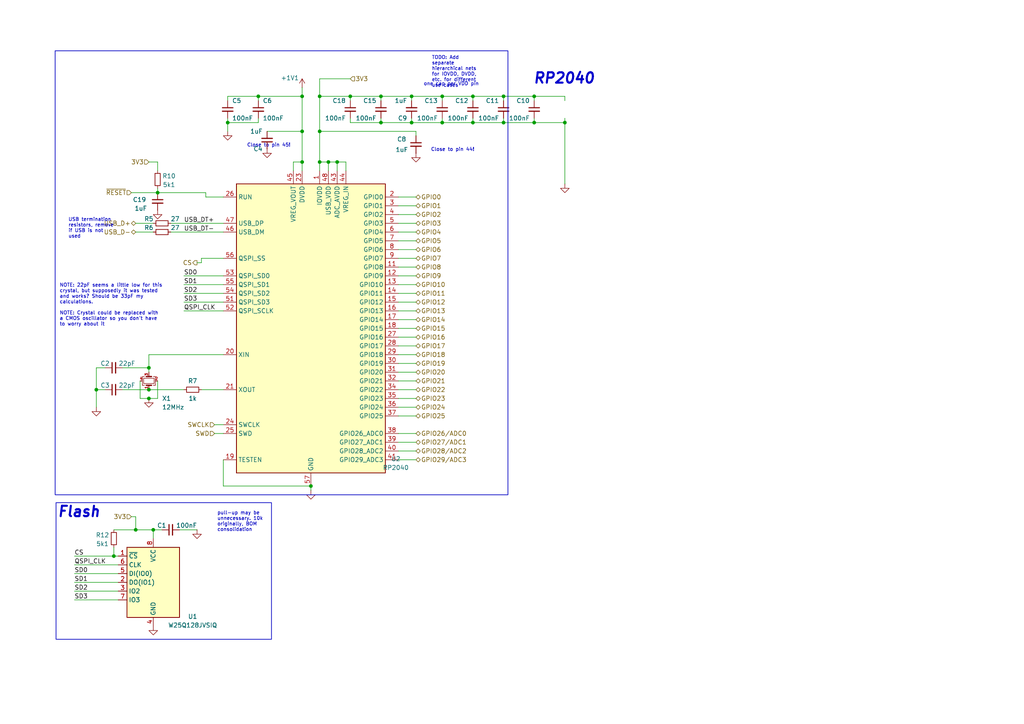
<source format=kicad_sch>
(kicad_sch (version 20250114) (generator "eeschema") (generator_version "9.0")
  (paper "A4")
  (lib_symbols
    (symbol "Device:C_Small" (pin_numbers (hide yes)) (pin_names (offset 0.254) (hide yes))
      (property "Reference" "C" (at 0.254 1.778 0))
      (property "Value" "C_Small" (at 0.254 -2.032 0))
      (symbol "C_Small_0_1"
        (polyline (pts (xy -1.524 0.508) (xy 1.524 0.508)) (stroke (width 0.3048)))
        (polyline (pts (xy -1.524 -0.508) (xy 1.524 -0.508)) (stroke (width 0.3302)))
      )
      (symbol "C_Small_1_1"
        (pin passive line (at 0 2.54 270) (length 2.032) (name "~") (number "1"))
        (pin passive line (at 0 -2.54 90) (length 2.032) (name "~") (number "2"))
      )
    )
    (symbol "Device:Crystal_GND24_Small" (pin_names (offset 1.016) (hide yes))
      (property "Reference" "Y" (at 1.27 4.445 0))
      (property "Value" "Crystal_GND24_Small" (at 1.27 2.54 0))
      (symbol "Crystal_GND24_Small_0_1"
        (polyline (pts (xy -1.27 1.27) (xy -1.27 1.905) (xy 1.27 1.905) (xy 1.27 1.27)))
        (polyline (pts (xy -1.27 -0.762) (xy -1.27 0.762)) (stroke (width 0.381)))
        (polyline (pts (xy -1.27 -1.27) (xy -1.27 -1.905) (xy 1.27 -1.905) (xy 1.27 -1.27)))
        (rectangle (start -0.762 -1.524) (end 0.762 1.524))
        (polyline (pts (xy 1.27 -0.762) (xy 1.27 0.762)) (stroke (width 0.381)))
      )
      (symbol "Crystal_GND24_Small_1_1"
        (pin passive line (at -2.54 0 0) (length 1.27) (name "1") (number "1"))
        (pin passive line (at 0 2.54 270) (length 0.635) (name "4") (number "4"))
        (pin passive line (at 0 -2.54 90) (length 0.635) (name "2") (number "2"))
        (pin passive line (at 2.54 0 180) (length 1.27) (name "3") (number "3"))
      )
    )
    (symbol "Device:R_Small" (pin_numbers (hide yes)) (pin_names (offset 0.254) (hide yes))
      (property "Reference" "R" (at 0.762 0.508 0))
      (property "Value" "R_Small" (at 0.762 -1.016 0))
      (symbol "R_Small_0_1"
        (rectangle (start -0.762 1.778) (end 0.762 -1.778) (stroke (width 0.2032)))
      )
      (symbol "R_Small_1_1"
        (pin passive line (at 0 2.54 270) (length 0.762) (name "~") (number "1"))
        (pin passive line (at 0 -2.54 90) (length 0.762) (name "~") (number "2"))
      )
    )
    (symbol "MCU_RaspberryPi:RP2040"
      (property "Reference" "U" (at 17.78 45.72 0))
      (property "Value" "RP2040" (at 17.78 43.18 0))
      (symbol "RP2040_0_1"
        (rectangle (start -21.59 41.91) (end 21.59 -41.91) (stroke (width 0.254)) (fill (type background)))
      )
      (symbol "RP2040_1_1"
        (pin input line (at -25.4 38.1 0) (length 3.81) (name "RUN") (number "26"))
        (pin bidirectional line (at -25.4 30.48 0) (length 3.81) (name "USB_DP") (number "47"))
        (pin bidirectional line (at -25.4 27.94 0) (length 3.81) (name "USB_DM") (number "46"))
        (pin bidirectional line (at -25.4 20.32 0) (length 3.81) (name "QSPI_SS") (number "56"))
        (pin bidirectional line (at -25.4 15.24 0) (length 3.81) (name "QSPI_SD0") (number "53"))
        (pin bidirectional line (at -25.4 12.7 0) (length 3.81) (name "QSPI_SD1") (number "55"))
        (pin bidirectional line (at -25.4 10.16 0) (length 3.81) (name "QSPI_SD2") (number "54"))
        (pin bidirectional line (at -25.4 7.62 0) (length 3.81) (name "QSPI_SD3") (number "51"))
        (pin output line (at -25.4 5.08 0) (length 3.81) (name "QSPI_SCLK") (number "52"))
        (pin input line (at -25.4 -7.62 0) (length 3.81) (name "XIN") (number "20"))
        (pin passive line (at -25.4 -17.78 0) (length 3.81) (name "XOUT") (number "21"))
        (pin input line (at -25.4 -27.94 0) (length 3.81) (name "SWCLK") (number "24"))
        (pin bidirectional line (at -25.4 -30.48 0) (length 3.81) (name "SWD") (number "25"))
        (pin input line (at -25.4 -38.1 0) (length 3.81) (name "TESTEN") (number "19"))
        (pin power_out line (at -5.08 45.72 270) (length 3.81) (name "VREG_VOUT") (number "45"))
        (pin power_in line (at -2.54 45.72 270) (length 3.81) (name "DVDD") (number "23"))
        (pin passive line (at -2.54 45.72 270) (length 3.81) (hide yes) (name "DVDD") (number "50"))
        (pin power_in line (at 0 -45.72 90) (length 3.81) (name "GND") (number "57"))
        (pin power_in line (at 2.54 45.72 270) (length 3.81) (name "IOVDD") (number "1"))
        (pin passive line (at 2.54 45.72 270) (length 3.81) (hide yes) (name "IOVDD") (number "10"))
        (pin passive line (at 2.54 45.72 270) (length 3.81) (hide yes) (name "IOVDD") (number "22"))
        (pin passive line (at 2.54 45.72 270) (length 3.81) (hide yes) (name "IOVDD") (number "33"))
        (pin passive line (at 2.54 45.72 270) (length 3.81) (hide yes) (name "IOVDD") (number "42"))
        (pin passive line (at 2.54 45.72 270) (length 3.81) (hide yes) (name "IOVDD") (number "49"))
        (pin power_in line (at 5.08 45.72 270) (length 3.81) (name "USB_VDD") (number "48"))
        (pin power_in line (at 7.62 45.72 270) (length 3.81) (name "ADC_AVDD") (number "43"))
        (pin power_in line (at 10.16 45.72 270) (length 3.81) (name "VREG_IN") (number "44"))
        (pin bidirectional line (at 25.4 38.1 180) (length 3.81) (name "GPIO0") (number "2"))
        (pin bidirectional line (at 25.4 35.56 180) (length 3.81) (name "GPIO1") (number "3"))
        (pin bidirectional line (at 25.4 33.02 180) (length 3.81) (name "GPIO2") (number "4"))
        (pin bidirectional line (at 25.4 30.48 180) (length 3.81) (name "GPIO3") (number "5"))
        (pin bidirectional line (at 25.4 27.94 180) (length 3.81) (name "GPIO4") (number "6"))
        (pin bidirectional line (at 25.4 25.4 180) (length 3.81) (name "GPIO5") (number "7"))
        (pin bidirectional line (at 25.4 22.86 180) (length 3.81) (name "GPIO6") (number "8"))
        (pin bidirectional line (at 25.4 20.32 180) (length 3.81) (name "GPIO7") (number "9"))
        (pin bidirectional line (at 25.4 17.78 180) (length 3.81) (name "GPIO8") (number "11"))
        (pin bidirectional line (at 25.4 15.24 180) (length 3.81) (name "GPIO9") (number "12"))
        (pin bidirectional line (at 25.4 12.7 180) (length 3.81) (name "GPIO10") (number "13"))
        (pin bidirectional line (at 25.4 10.16 180) (length 3.81) (name "GPIO11") (number "14"))
        (pin bidirectional line (at 25.4 7.62 180) (length 3.81) (name "GPIO12") (number "15"))
        (pin bidirectional line (at 25.4 5.08 180) (length 3.81) (name "GPIO13") (number "16"))
        (pin bidirectional line (at 25.4 2.54 180) (length 3.81) (name "GPIO14") (number "17"))
        (pin bidirectional line (at 25.4 0 180) (length 3.81) (name "GPIO15") (number "18"))
        (pin bidirectional line (at 25.4 -2.54 180) (length 3.81) (name "GPIO16") (number "27"))
        (pin bidirectional line (at 25.4 -5.08 180) (length 3.81) (name "GPIO17") (number "28"))
        (pin bidirectional line (at 25.4 -7.62 180) (length 3.81) (name "GPIO18") (number "29"))
        (pin bidirectional line (at 25.4 -10.16 180) (length 3.81) (name "GPIO19") (number "30"))
        (pin bidirectional line (at 25.4 -12.7 180) (length 3.81) (name "GPIO20") (number "31"))
        (pin bidirectional line (at 25.4 -15.24 180) (length 3.81) (name "GPIO21") (number "32"))
        (pin bidirectional line (at 25.4 -17.78 180) (length 3.81) (name "GPIO22") (number "34"))
        (pin bidirectional line (at 25.4 -20.32 180) (length 3.81) (name "GPIO23") (number "35"))
        (pin bidirectional line (at 25.4 -22.86 180) (length 3.81) (name "GPIO24") (number "36"))
        (pin bidirectional line (at 25.4 -25.4 180) (length 3.81) (name "GPIO25") (number "37"))
        (pin bidirectional line (at 25.4 -30.48 180) (length 3.81) (name "GPIO26_ADC0") (number "38"))
        (pin bidirectional line (at 25.4 -33.02 180) (length 3.81) (name "GPIO27_ADC1") (number "39"))
        (pin bidirectional line (at 25.4 -35.56 180) (length 3.81) (name "GPIO28_ADC2") (number "40"))
        (pin bidirectional line (at 25.4 -38.1 180) (length 3.81) (name "GPIO29_ADC3") (number "41"))
      )
    )
    (symbol "Memory_Flash:W25Q128JVS"
      (property "Reference" "U" (at -6.35 11.43 0))
      (property "Value" "W25Q128JVS" (at 7.62 11.43 0))
      (symbol "W25Q128JVS_0_1"
        (rectangle (start -7.62 10.16) (end 7.62 -10.16) (stroke (width 0.254)) (fill (type background)))
      )
      (symbol "W25Q128JVS_1_1"
        (pin input line (at -10.16 7.62 0) (length 2.54) (name "~{CS}") (number "1"))
        (pin input line (at -10.16 5.08 0) (length 2.54) (name "CLK") (number "6"))
        (pin bidirectional line (at -10.16 2.54 0) (length 2.54) (name "DI(IO0)") (number "5"))
        (pin bidirectional line (at -10.16 0 0) (length 2.54) (name "DO(IO1)") (number "2"))
        (pin bidirectional line (at -10.16 -2.54 0) (length 2.54) (name "IO2") (number "3"))
        (pin bidirectional line (at -10.16 -5.08 0) (length 2.54) (name "IO3") (number "7"))
        (pin power_in line (at 0 12.7 270) (length 2.54) (name "VCC") (number "8"))
        (pin power_in line (at 0 -12.7 90) (length 2.54) (name "GND") (number "4"))
      )
    )
    (symbol "power:+1V1" (power) (pin_numbers (hide yes)) (pin_names (offset 0) (hide yes))
      (property "Value" "+1V1" (at 0 3.556 0))
      (symbol "+1V1_0_1"
        (polyline (pts (xy -0.762 1.27) (xy 0 2.54)))
        (polyline (pts (xy 0 2.54) (xy 0.762 1.27)))
        (polyline (pts (xy 0 0) (xy 0 2.54)))
      )
      (symbol "+1V1_1_1"
        (pin power_in line (at 0 0 90) (length 0) (name "~") (number "1"))
      )
    )
    (symbol "power:GND" (power) (pin_numbers (hide yes)) (pin_names (offset 0) (hide yes))
      (property "Value" "GND" (at 0 -3.81 0))
      (symbol "GND_0_1"
        (polyline (pts (xy 0 0) (xy 0 -1.27) (xy 1.27 -1.27) (xy 0 -2.54) (xy -1.27 -1.27) (xy 0 -1.27)))
      )
      (symbol "GND_1_1"
        (pin power_in line (at 0 0 270) (length 0) (name "~") (number "1"))
      )
    )
  )
  (rectangle (start 16.002 14.732) (end 147.32 143.51) (stroke (width 0.2)))
  (rectangle (start 16.256 145.796) (end 78.74 185.42) (stroke (width 0.2)))
  (text "RP2040" (at 172.72 22.86 0) (effects (font (size 3 3) (thickness 0.6) (bold yes) (italic yes)) (justify right)))
  (text "Flash" (at 16.51 148.59 0) (effects (font (size 3 3) (thickness 0.6) (bold yes) (italic yes)) (justify left)))
  (text_box "USB termination resistors, remove if USB is not used" (at 19.05 62.23 0) (size 15.24 2.54) (margins 0.7499 0.7499 0.7499 0.7499) (stroke (width -0.0001)) (effects (font (size 1 1)) (justify left top)))
  (text_box "Close to pin 45!" (at 69.85 40.64 0) (size 15.24 2.54) (margins 0.7499 0.7499 0.7499 0.7499) (stroke (width -0.0001)) (effects (font (size 1 1)) (justify right top)))
  (text_box "one cap per VDD pin" (at 115.57 22.86 0) (size 24.13 2.54) (margins 0.7499 0.7499 0.7499 0.7499) (stroke (width -0.0001)) (effects (font (size 1 1)) (justify right top)))
  (text_box "NOTE: 22pF seems a little low for this crystal, but supposedly it was tested and works? Should be 33pF my calculations.\n\nNOTE: Crystal could be replaced with a CMOS oscillator so you don't have to worry about it" (at 16.51 81.28 0) (size 31.75 3.81) (margins 0.7499 0.7499 0.7499 0.7499) (stroke (width -0.0001)) (effects (font (size 1 1)) (justify left top)))
  (text_box "TODO: Add separate hierarchical nets for IOVDD, DVDD, etc. for different use cases" (at 124.46 15.24 0) (size 15.24 2.54) (margins 0.7499 0.7499 0.7499 0.7499) (stroke (width -0.0001)) (effects (font (size 1 1)) (justify left top)))
  (text_box "pull-up may be unnecessary. 10k originally, BOM consolidation" (at 62.23 147.32 0) (size 15.24 8.89) (margins 0.7499 0.7499 0.7499 0.7499) (stroke (width -0.0001)) (effects (font (size 1 1)) (justify left top)))
  (text_box "Close to pin 44!" (at 123.19 41.91 0) (size 15.24 2.54) (margins 0.7499 0.7499 0.7499 0.7499) (stroke (width -0.0001)) (effects (font (size 1 1)) (justify right top)))
  (junction (at 137.16 35.56))
  (junction (at 101.6 27.94))
  (junction (at 97.79 46.99))
  (junction (at 90.17 140.97))
  (junction (at 87.63 27.94))
  (junction (at 87.63 38.1))
  (junction (at 33.02 161.29))
  (junction (at 87.63 46.99))
  (junction (at 44.45 153.67))
  (junction (at 66.04 35.56))
  (junction (at 43.18 115.57))
  (junction (at 154.94 27.94))
  (junction (at 128.27 35.56))
  (junction (at 92.71 38.1))
  (junction (at 146.05 27.94))
  (junction (at 92.71 27.94))
  (junction (at 163.83 35.56))
  (junction (at 137.16 27.94))
  (junction (at 110.49 27.94))
  (junction (at 45.72 55.88))
  (junction (at 110.49 35.56))
  (junction (at 43.18 106.68))
  (junction (at 128.27 27.94))
  (junction (at 74.93 27.94))
  (junction (at 39.37 153.67))
  (junction (at 146.05 35.56))
  (junction (at 119.38 27.94))
  (junction (at 43.18 113.03))
  (junction (at 119.38 35.56))
  (junction (at 95.25 46.99))
  (junction (at 92.71 46.99))
  (junction (at 27.94 113.03))
  (junction (at 154.94 35.56))
  (wire (pts (xy 119.38 35.56) (xy 119.38 34.29)))
  (wire (pts (xy 74.93 35.56) (xy 74.93 34.29)))
  (wire (pts (xy 163.83 27.94) (xy 154.94 27.94)))
  (wire (pts (xy 115.57 87.63) (xy 120.65 87.63)))
  (wire (pts (xy 21.59 168.91) (xy 34.29 168.91)))
  (wire (pts (xy 90.17 140.97) (xy 90.17 142.24)))
  (wire (pts (xy 92.71 27.94) (xy 101.6 27.94)))
  (wire (pts (xy 128.27 34.29) (xy 128.27 35.56)))
  (wire (pts (xy 58.42 74.93) (xy 58.42 76.2)))
  (wire (pts (xy 154.94 27.94) (xy 154.94 29.21)))
  (wire (pts (xy 97.79 46.99) (xy 97.79 49.53)))
  (wire (pts (xy 115.57 113.03) (xy 120.65 113.03)))
  (wire (pts (xy 115.57 74.93) (xy 120.65 74.93)))
  (wire (pts (xy 27.94 113.03) (xy 27.94 118.11)))
  (wire (pts (xy 43.18 107.95) (xy 43.18 106.68)))
  (wire (pts (xy 49.53 64.77) (xy 64.77 64.77)))
  (wire (pts (xy 115.57 100.33) (xy 120.65 100.33)))
  (wire (pts (xy 39.37 64.77) (xy 44.45 64.77)))
  (wire (pts (xy 95.25 46.99) (xy 97.79 46.99)))
  (wire (pts (xy 38.1 149.86) (xy 39.37 149.86)))
  (wire (pts (xy 27.94 106.68) (xy 27.94 113.03)))
  (wire (pts (xy 45.72 54.61) (xy 45.72 55.88)))
  (wire (pts (xy 53.34 90.17) (xy 64.77 90.17)))
  (wire (pts (xy 146.05 35.56) (xy 146.05 34.29)))
  (wire (pts (xy 90.17 140.97) (xy 64.77 140.97)))
  (wire (pts (xy 115.57 64.77) (xy 120.65 64.77)))
  (wire (pts (xy 40.64 110.49) (xy 40.64 115.57)))
  (wire (pts (xy 115.57 105.41) (xy 120.65 105.41)))
  (wire (pts (xy 66.04 34.29) (xy 66.04 35.56)))
  (wire (pts (xy 21.59 171.45) (xy 34.29 171.45)))
  (wire (pts (xy 115.57 130.81) (xy 120.65 130.81)))
  (wire (pts (xy 45.72 46.99) (xy 45.72 49.53)))
  (wire (pts (xy 59.69 55.88) (xy 59.69 57.15)))
  (wire (pts (xy 137.16 27.94) (xy 128.27 27.94)))
  (wire (pts (xy 115.57 95.25) (xy 120.65 95.25)))
  (wire (pts (xy 115.57 125.73) (xy 120.65 125.73)))
  (wire (pts (xy 62.23 125.73) (xy 64.77 125.73)))
  (wire (pts (xy 101.6 34.29) (xy 101.6 35.56)))
  (wire (pts (xy 115.57 85.09) (xy 120.65 85.09)))
  (wire (pts (xy 110.49 27.94) (xy 110.49 29.21)))
  (wire (pts (xy 110.49 35.56) (xy 110.49 34.29)))
  (wire (pts (xy 87.63 38.1) (xy 77.47 38.1)))
  (wire (pts (xy 154.94 35.56) (xy 154.94 34.29)))
  (wire (pts (xy 58.42 74.93) (xy 64.77 74.93)))
  (wire (pts (xy 115.57 118.11) (xy 120.65 118.11)))
  (wire (pts (xy 119.38 27.94) (xy 119.38 29.21)))
  (wire (pts (xy 128.27 35.56) (xy 119.38 35.56)))
  (wire (pts (xy 53.34 85.09) (xy 64.77 85.09)))
  (wire (pts (xy 33.02 158.75) (xy 33.02 161.29)))
  (wire (pts (xy 43.18 46.99) (xy 45.72 46.99)))
  (wire (pts (xy 146.05 35.56) (xy 137.16 35.56)))
  (wire (pts (xy 115.57 59.69) (xy 120.65 59.69)))
  (wire (pts (xy 87.63 27.94) (xy 87.63 38.1)))
  (wire (pts (xy 115.57 128.27) (xy 120.65 128.27)))
  (wire (pts (xy 45.72 110.49) (xy 45.72 115.57)))
  (wire (pts (xy 21.59 161.29) (xy 33.02 161.29)))
  (wire (pts (xy 115.57 110.49) (xy 120.65 110.49)))
  (wire (pts (xy 137.16 34.29) (xy 137.16 35.56)))
  (wire (pts (xy 137.16 35.56) (xy 128.27 35.56)))
  (wire (pts (xy 92.71 22.86) (xy 92.71 27.94)))
  (wire (pts (xy 87.63 38.1) (xy 87.63 46.99)))
  (wire (pts (xy 115.57 82.55) (xy 120.65 82.55)))
  (wire (pts (xy 21.59 173.99) (xy 34.29 173.99)))
  (wire (pts (xy 27.94 113.03) (xy 30.48 113.03)))
  (wire (pts (xy 66.04 27.94) (xy 66.04 29.21)))
  (wire (pts (xy 49.53 67.31) (xy 64.77 67.31)))
  (wire (pts (xy 100.33 46.99) (xy 100.33 49.53)))
  (wire (pts (xy 115.57 69.85) (xy 120.65 69.85)))
  (wire (pts (xy 43.18 102.87) (xy 64.77 102.87)))
  (wire (pts (xy 87.63 46.99) (xy 87.63 49.53)))
  (wire (pts (xy 115.57 62.23) (xy 120.65 62.23)))
  (wire (pts (xy 120.65 38.1) (xy 92.71 38.1)))
  (wire (pts (xy 35.56 106.68) (xy 43.18 106.68)))
  (wire (pts (xy 146.05 27.94) (xy 146.05 29.21)))
  (wire (pts (xy 115.57 72.39) (xy 120.65 72.39)))
  (wire (pts (xy 45.72 55.88) (xy 59.69 55.88)))
  (wire (pts (xy 74.93 35.56) (xy 66.04 35.56)))
  (wire (pts (xy 115.57 92.71) (xy 120.65 92.71)))
  (wire (pts (xy 115.57 133.35) (xy 120.65 133.35)))
  (wire (pts (xy 59.69 57.15) (xy 64.77 57.15)))
  (wire (pts (xy 163.83 35.56) (xy 154.94 35.56)))
  (wire (pts (xy 44.45 153.67) (xy 46.99 153.67)))
  (wire (pts (xy 87.63 27.94) (xy 74.93 27.94)))
  (wire (pts (xy 120.65 38.1) (xy 120.65 39.37)))
  (wire (pts (xy 87.63 25.4) (xy 87.63 27.94)))
  (wire (pts (xy 92.71 46.99) (xy 95.25 46.99)))
  (wire (pts (xy 115.57 77.47) (xy 120.65 77.47)))
  (wire (pts (xy 163.83 27.94) (xy 163.83 29.21)))
  (wire (pts (xy 40.64 115.57) (xy 43.18 115.57)))
  (wire (pts (xy 163.83 34.29) (xy 163.83 35.56)))
  (wire (pts (xy 44.45 153.67) (xy 44.45 156.21)))
  (wire (pts (xy 163.83 35.56) (xy 163.83 53.34)))
  (wire (pts (xy 53.34 80.01) (xy 64.77 80.01)))
  (wire (pts (xy 119.38 27.94) (xy 110.49 27.94)))
  (wire (pts (xy 128.27 27.94) (xy 119.38 27.94)))
  (wire (pts (xy 39.37 153.67) (xy 44.45 153.67)))
  (wire (pts (xy 92.71 27.94) (xy 92.71 38.1)))
  (wire (pts (xy 115.57 107.95) (xy 120.65 107.95)))
  (wire (pts (xy 110.49 27.94) (xy 101.6 27.94)))
  (wire (pts (xy 39.37 149.86) (xy 39.37 153.67)))
  (wire (pts (xy 66.04 27.94) (xy 74.93 27.94)))
  (wire (pts (xy 33.02 161.29) (xy 34.29 161.29)))
  (wire (pts (xy 35.56 113.03) (xy 43.18 113.03)))
  (wire (pts (xy 43.18 113.03) (xy 53.34 113.03)))
  (wire (pts (xy 115.57 97.79) (xy 120.65 97.79)))
  (wire (pts (xy 52.07 153.67) (xy 57.15 153.67)))
  (wire (pts (xy 146.05 27.94) (xy 137.16 27.94)))
  (wire (pts (xy 43.18 102.87) (xy 43.18 106.68)))
  (wire (pts (xy 115.57 102.87) (xy 120.65 102.87)))
  (wire (pts (xy 87.63 46.99) (xy 85.09 46.99)))
  (wire (pts (xy 92.71 38.1) (xy 92.71 46.99)))
  (wire (pts (xy 33.02 153.67) (xy 39.37 153.67)))
  (wire (pts (xy 53.34 82.55) (xy 64.77 82.55)))
  (wire (pts (xy 85.09 46.99) (xy 85.09 49.53)))
  (wire (pts (xy 92.71 22.86) (xy 101.6 22.86)))
  (wire (pts (xy 21.59 166.37) (xy 34.29 166.37)))
  (wire (pts (xy 62.23 123.19) (xy 64.77 123.19)))
  (wire (pts (xy 128.27 27.94) (xy 128.27 29.21)))
  (wire (pts (xy 95.25 46.99) (xy 95.25 49.53)))
  (wire (pts (xy 137.16 27.94) (xy 137.16 29.21)))
  (wire (pts (xy 115.57 120.65) (xy 120.65 120.65)))
  (wire (pts (xy 154.94 27.94) (xy 146.05 27.94)))
  (wire (pts (xy 101.6 29.21) (xy 101.6 27.94)))
  (wire (pts (xy 74.93 27.94) (xy 74.93 29.21)))
  (wire (pts (xy 27.94 106.68) (xy 30.48 106.68)))
  (wire (pts (xy 21.59 163.83) (xy 34.29 163.83)))
  (wire (pts (xy 101.6 35.56) (xy 110.49 35.56)))
  (wire (pts (xy 38.1 55.88) (xy 45.72 55.88)))
  (wire (pts (xy 115.57 80.01) (xy 120.65 80.01)))
  (wire (pts (xy 115.57 90.17) (xy 120.65 90.17)))
  (wire (pts (xy 100.33 46.99) (xy 97.79 46.99)))
  (wire (pts (xy 45.72 115.57) (xy 43.18 115.57)))
  (wire (pts (xy 39.37 67.31) (xy 44.45 67.31)))
  (wire (pts (xy 92.71 46.99) (xy 92.71 49.53)))
  (wire (pts (xy 66.04 38.1) (xy 66.04 35.56)))
  (wire (pts (xy 119.38 35.56) (xy 110.49 35.56)))
  (wire (pts (xy 115.57 67.31) (xy 120.65 67.31)))
  (wire (pts (xy 154.94 35.56) (xy 146.05 35.56)))
  (wire (pts (xy 58.42 113.03) (xy 64.77 113.03)))
  (wire (pts (xy 115.57 57.15) (xy 120.65 57.15)))
  (wire (pts (xy 64.77 140.97) (xy 64.77 133.35)))
  (wire (pts (xy 57.15 76.2) (xy 58.42 76.2)))
  (wire (pts (xy 53.34 87.63) (xy 64.77 87.63)))
  (wire (pts (xy 115.57 115.57) (xy 120.65 115.57)))
  (label "USB_DT+" (at 53.34 64.77 0))
  (label "USB_DT-" (at 53.34 67.31 0))
  (label "SD0" (at 21.59 166.37 0))
  (label "SD0" (at 53.34 80.01 0))
  (label "SD3" (at 53.34 87.63 0))
  (label "SD1" (at 53.34 82.55 0))
  (label "QSPI_CLK" (at 21.59 163.83 0))
  (label "CS" (at 21.59 161.29 0))
  (label "SD1" (at 21.59 168.91 0))
  (label "SD2" (at 53.34 85.09 0))
  (label "QSPI_CLK" (at 53.34 90.17 0))
  (label "SD2" (at 21.59 171.45 0))
  (label "SD3" (at 21.59 173.99 0))
  (hierarchical_label "SWCLK" (shape input) (at 62.23 123.19 180))
  (hierarchical_label "CS" (shape output) (at 57.15 76.2 180))
  (hierarchical_label "GPIO18" (shape bidirectional) (at 120.65 102.87 0))
  (hierarchical_label "USB_D+" (shape bidirectional) (at 39.37 64.77 180))
  (hierarchical_label "GPIO6" (shape bidirectional) (at 120.65 72.39 0))
  (hierarchical_label "USB_D-" (shape bidirectional) (at 39.37 67.31 180))
  (hierarchical_label "GPIO16" (shape bidirectional) (at 120.65 97.79 0))
  (hierarchical_label "GPIO5" (shape bidirectional) (at 120.65 69.85 0))
  (hierarchical_label "GPIO23" (shape bidirectional) (at 120.65 115.57 0))
  (hierarchical_label "GPIO28{slash}ADC2" (shape bidirectional) (at 120.65 130.81 0))
  (hierarchical_label "GPIO24" (shape bidirectional) (at 120.65 118.11 0))
  (hierarchical_label "GPIO25" (shape bidirectional) (at 120.65 120.65 0))
  (hierarchical_label "GPIO11" (shape bidirectional) (at 120.65 85.09 0))
  (hierarchical_label "3V3" (shape input) (at 101.6 22.86 0))
  (hierarchical_label "GPIO13" (shape bidirectional) (at 120.65 90.17 0))
  (hierarchical_label "GPIO26{slash}ADC0" (shape bidirectional) (at 120.65 125.73 0))
  (hierarchical_label "SWD" (shape input) (at 62.23 125.73 180))
  (hierarchical_label "GPIO1" (shape bidirectional) (at 120.65 59.69 0))
  (hierarchical_label "GPIO0" (shape bidirectional) (at 120.65 57.15 0))
  (hierarchical_label "GPIO2" (shape bidirectional) (at 120.65 62.23 0))
  (hierarchical_label "GPIO9" (shape bidirectional) (at 120.65 80.01 0))
  (hierarchical_label "GPIO17" (shape bidirectional) (at 120.65 100.33 0))
  (hierarchical_label "GPIO10" (shape bidirectional) (at 120.65 82.55 0))
  (hierarchical_label "GPIO7" (shape bidirectional) (at 120.65 74.93 0))
  (hierarchical_label "GPIO19" (shape bidirectional) (at 120.65 105.41 0))
  (hierarchical_label "GPIO12" (shape bidirectional) (at 120.65 87.63 0))
  (hierarchical_label "GPIO15" (shape bidirectional) (at 120.65 95.25 0))
  (hierarchical_label "GPIO14" (shape bidirectional) (at 120.65 92.71 0))
  (hierarchical_label "GPIO20" (shape bidirectional) (at 120.65 107.95 0))
  (hierarchical_label "GPIO27{slash}ADC1" (shape bidirectional) (at 120.65 128.27 0))
  (hierarchical_label "GPIO3" (shape bidirectional) (at 120.65 64.77 0))
  (hierarchical_label "GPIO8" (shape bidirectional) (at 120.65 77.47 0))
  (hierarchical_label "GPIO4" (shape bidirectional) (at 120.65 67.31 0))
  (hierarchical_label "3V3" (shape input) (at 43.18 46.99 180))
  (hierarchical_label "GPIO21" (shape bidirectional) (at 120.65 110.49 0))
  (hierarchical_label "~{RESET}" (shape input) (at 38.1 55.88 180))
  (hierarchical_label "GPIO22" (shape bidirectional) (at 120.65 113.03 0))
  (hierarchical_label "GPIO29{slash}ADC3" (shape bidirectional) (at 120.65 133.35 0))
  (hierarchical_label "3V3" (shape input) (at 38.1 149.86 180))
  (symbol (lib_id "Device:R_Small") (at 55.88 113.03 90) (unit 1)
    (property "Reference" "R7" (at 55.88 110.49 90))
    (property "Value" "1k" (at 55.88 115.57 90))
    (property "Footprint" "Resistor_SMD:R_0402_1005Metric" (effects (hide yes)))
    (property "Description" "Resistor, small symbol" (effects (hide yes)))
    (property "LCSC" "C11702" (effects (hide yes)))
  )
  (symbol (lib_id "Device:R_Small") (at 46.99 67.31 90) (unit 1)
    (property "Reference" "R6" (at 43.18 66.04 90))
    (property "Value" "27" (at 50.8 66.04 90))
    (property "Footprint" "Resistor_SMD:R_0402_1005Metric" (effects (hide yes)))
    (property "Description" "Resistor, small symbol" (effects (hide yes)))
    (property "LCSC" "C138021" (effects (hide yes)))
  )
  (symbol (lib_id "Device:R_Small") (at 45.72 52.07 0) (mirror x) (unit 1)
    (property "Reference" "R10" (at 49.022 51.054 0))
    (property "Value" "5k1" (at 49.022 53.594 0))
    (property "Footprint" "Resistor_SMD:R_0402_1005Metric" (effects (hide yes)))
    (property "Description" "Resistor, small symbol" (effects (hide yes)))
    (property "LCSC" "C25905" (effects (hide yes)))
  )
  (symbol (lib_id "power:GND") (at 77.47 43.18 0) (unit 1)
    (property "Reference" "#PWR025" (effects (hide yes)))
    (property "Value" "GND" (effects (hide yes)))
    (property "Description" "Power symbol creates a global label with name \"GND\" , ground" (effects (hide yes)))
  )
  (symbol (lib_id "Device:C_Small") (at 146.05 31.75 0) (mirror y) (unit 1)
    (property "Reference" "C11" (at 144.78 29.2099 0) (effects (justify left)))
    (property "Value" "100nF" (at 144.78 34.2899 0) (effects (justify left)))
    (property "Footprint" "Capacitor_SMD:C_0402_1005Metric" (effects (hide yes)))
    (property "Description" "Unpolarized capacitor, small symbol" (effects (hide yes)))
    (property "LCSC" "C1525" (effects (hide yes)))
  )
  (symbol (lib_id "Device:C_Small") (at 101.6 31.75 0) (mirror y) (unit 1)
    (property "Reference" "C18" (at 100.33 29.2099 0) (effects (justify left)))
    (property "Value" "100nF" (at 100.33 34.2899 0) (effects (justify left)))
    (property "Footprint" "Capacitor_SMD:C_0402_1005Metric" (effects (hide yes)))
    (property "Description" "Unpolarized capacitor, small symbol" (effects (hide yes)))
    (property "LCSC" "C1525" (effects (hide yes)))
  )
  (symbol (lib_id "Device:R_Small") (at 33.02 156.21 180) (unit 1)
    (property "Reference" "R12" (at 29.718 155.194 0))
    (property "Value" "5k1" (at 29.718 157.734 0))
    (property "Footprint" "Resistor_SMD:R_0402_1005Metric" (effects (hide yes)))
    (property "Description" "Resistor, small symbol" (effects (hide yes)))
    (property "LCSC" "C25905" (effects (hide yes)))
  )
  (symbol (lib_id "Memory_Flash:W25Q128JVS") (at 44.45 168.91 0) (unit 1)
    (property "Reference" "U1" (at 55.88 178.816 0))
    (property "Value" "W25Q128JVSIQ" (at 55.88 181.356 0))
    (property "Footprint" "Package_SO:SOIC-8_5.23x5.23mm_P1.27mm" (effects (hide yes)))
    (property "Datasheet" "http://www.winbond.com/resource-files/w25q128jv_dtr%20revc%2003272018%20plus.pdf" (effects (hide yes)))
    (property "Description" "128Mb Serial Flash Memory, Standard/Dual/Quad SPI, SOIC-8" (effects (hide yes)))
    (property "LCSC" "C97521" (effects (hide yes)))
  )
  (symbol (lib_id "Device:C_Small") (at 77.47 40.64 180) (unit 1)
    (property "Reference" "C4" (at 76.2 43.1801 0) (effects (justify left)))
    (property "Value" "1uF" (at 76.2 38.1001 0) (effects (justify left)))
    (property "Footprint" "Capacitor_SMD:C_0402_1005Metric" (effects (hide yes)))
    (property "Description" "Unpolarized capacitor, small symbol" (effects (hide yes)))
    (property "LCSC" "C52923" (effects (hide yes)))
  )
  (symbol (lib_id "Device:C_Small") (at 33.02 113.03 90) (unit 1)
    (property "Reference" "C3" (at 30.48 111.76 90))
    (property "Value" "22pF" (at 36.83 111.76 90))
    (property "Footprint" "Capacitor_SMD:C_0402_1005Metric" (effects (hide yes)))
    (property "Description" "Unpolarized capacitor, small symbol" (effects (hide yes)))
    (property "LCSC" "C1555" (effects (hide yes)))
  )
  (symbol (lib_id "Device:Crystal_GND24_Small") (at 43.18 110.49 90) (unit 1)
    (property "Reference" "X1" (at 46.99 115.57 90) (effects (justify right)))
    (property "Value" "12MHz" (at 46.99 118.11 90) (effects (justify right)))
    (property "Footprint" "Crystal:Crystal_SMD_3225-4Pin_3.2x2.5mm" (effects (hide yes)))
    (property "Description" "Four pin crystal, GND on pins 2 and 4, small symbol" (effects (hide yes)))
    (property "LCSC" "C9002" (effects (hide yes)))
  )
  (symbol (lib_id "MCU_RaspberryPi:RP2040") (at 90.17 95.25 0) (unit 1)
    (property "Reference" "U2" (at 114.808 133.096 0))
    (property "Value" "RP2040" (at 114.808 135.636 0))
    (property "Footprint" "Package_DFN_QFN:QFN-56-1EP_7x7mm_P0.4mm_EP3.2x3.2mm" (effects (hide yes)))
    (property "Datasheet" "https://datasheets.raspberrypi.com/rp2040/rp2040-datasheet.pdf" (effects (hide yes)))
    (property "Description" "A microcontroller by Raspberry Pi" (effects (hide yes)))
    (property "LCSC" "C2040" (effects (hide yes)))
  )
  (symbol (lib_id "Device:C_Small") (at 154.94 31.75 0) (mirror y) (unit 1)
    (property "Reference" "C10" (at 153.67 29.2099 0) (effects (justify left)))
    (property "Value" "100nF" (at 153.67 34.2899 0) (effects (justify left)))
    (property "Footprint" "Capacitor_SMD:C_0402_1005Metric" (effects (hide yes)))
    (property "Description" "Unpolarized capacitor, small symbol" (effects (hide yes)))
    (property "LCSC" "C1525" (effects (hide yes)))
  )
  (symbol (lib_id "power:+1V1") (at 87.63 25.4 0) (unit 1)
    (property "Reference" "#PWR019" (effects (hide yes)))
    (property "Value" "+1V1" (at 84.074 22.606 0))
    (property "Description" "Power symbol creates a global label with name \"+1V1\"" (effects (hide yes)))
  )
  (symbol (lib_id "Device:R_Small") (at 46.99 64.77 90) (unit 1)
    (property "Reference" "R5" (at 43.18 63.5 90))
    (property "Value" "27" (at 50.8 63.5 90))
    (property "Footprint" "Resistor_SMD:R_0402_1005Metric" (effects (hide yes)))
    (property "Description" "Resistor, small symbol" (effects (hide yes)))
    (property "LCSC" "C138021" (effects (hide yes)))
  )
  (symbol (lib_id "Device:C_Small") (at 128.27 31.75 0) (mirror y) (unit 1)
    (property "Reference" "C13" (at 127 29.2099 0) (effects (justify left)))
    (property "Value" "100nF" (at 127 34.2899 0) (effects (justify left)))
    (property "Footprint" "Capacitor_SMD:C_0402_1005Metric" (effects (hide yes)))
    (property "Description" "Unpolarized capacitor, small symbol" (effects (hide yes)))
    (property "LCSC" "C1525" (effects (hide yes)))
  )
  (symbol (lib_id "Device:C_Small") (at 120.65 41.91 0) (mirror y) (unit 1)
    (property "Reference" "C8" (at 117.856 40.386 0) (effects (justify left)))
    (property "Value" "1uF" (at 118.364 43.434 0) (effects (justify left)))
    (property "Footprint" "Capacitor_SMD:C_0402_1005Metric" (effects (hide yes)))
    (property "Description" "Unpolarized capacitor, small symbol" (effects (hide yes)))
    (property "LCSC" "C52923" (effects (hide yes)))
  )
  (symbol (lib_id "power:GND") (at 163.83 53.34 0) (mirror y) (unit 1)
    (property "Reference" "#PWR03" (effects (hide yes)))
    (property "Value" "GND" (effects (hide yes)))
    (property "Description" "Power symbol creates a global label with name \"GND\" , ground" (effects (hide yes)))
  )
  (symbol (lib_id "Device:C_Small") (at 119.38 31.75 180) (unit 1)
    (property "Reference" "C9" (at 118.11 34.2901 0) (effects (justify left)))
    (property "Value" "1uF" (at 118.11 29.2101 0) (effects (justify left)))
    (property "Footprint" "Capacitor_SMD:C_0402_1005Metric" (effects (hide yes)))
    (property "Description" "Unpolarized capacitor, small symbol" (effects (hide yes)))
    (property "LCSC" "C52923" (effects (hide yes)))
  )
  (symbol (lib_id "power:GND") (at 90.17 142.24 0) (unit 1)
    (property "Reference" "#PWR017" (effects (hide yes)))
    (property "Value" "GND" (effects (hide yes)))
    (property "Description" "Power symbol creates a global label with name \"GND\" , ground" (effects (hide yes)))
  )
  (symbol (lib_id "power:GND") (at 27.94 118.11 0) (unit 1)
    (property "Reference" "#PWR04" (effects (hide yes)))
    (property "Value" "GND" (effects (hide yes)))
    (property "Description" "Power symbol creates a global label with name \"GND\" , ground" (effects (hide yes)))
  )
  (symbol (lib_id "Device:C_Small") (at 45.72 58.42 0) (mirror y) (unit 1)
    (property "Reference" "C19" (at 42.418 57.912 0) (effects (justify left)))
    (property "Value" "1uF" (at 42.672 60.452 0) (effects (justify left)))
    (property "Footprint" "Capacitor_SMD:C_0402_1005Metric" (effects (hide yes)))
    (property "Description" "Unpolarized capacitor, small symbol" (effects (hide yes)))
    (property "LCSC" "C52923" (effects (hide yes)))
  )
  (symbol (lib_id "Device:C_Small") (at 74.93 31.75 0) (unit 1)
    (property "Reference" "C6" (at 76.2 29.2099 0) (effects (justify left)))
    (property "Value" "100nF" (at 76.2 34.2899 0) (effects (justify left)))
    (property "Footprint" "Capacitor_SMD:C_0402_1005Metric" (effects (hide yes)))
    (property "Description" "Unpolarized capacitor, small symbol" (effects (hide yes)))
    (property "LCSC" "C1525" (effects (hide yes)))
  )
  (symbol (lib_id "Device:C_Small") (at 137.16 31.75 0) (mirror y) (unit 1)
    (property "Reference" "C12" (at 135.89 29.2099 0) (effects (justify left)))
    (property "Value" "100nF" (at 135.89 34.2899 0) (effects (justify left)))
    (property "Footprint" "Capacitor_SMD:C_0402_1005Metric" (effects (hide yes)))
    (property "Description" "Unpolarized capacitor, small symbol" (effects (hide yes)))
    (property "LCSC" "C1525" (effects (hide yes)))
  )
  (symbol (lib_id "power:GND") (at 57.15 153.67 0) (unit 1)
    (property "Reference" "#PWR011" (effects (hide yes)))
    (property "Value" "GND" (effects (hide yes)))
    (property "Description" "Power symbol creates a global label with name \"GND\" , ground" (effects (hide yes)))
  )
  (symbol (lib_id "Device:C_Small") (at 33.02 106.68 90) (unit 1)
    (property "Reference" "C2" (at 30.48 105.41 90))
    (property "Value" "22pF" (at 36.83 105.41 90))
    (property "Footprint" "Capacitor_SMD:C_0402_1005Metric" (effects (hide yes)))
    (property "Description" "Unpolarized capacitor, small symbol" (effects (hide yes)))
    (property "LCSC" "C1555" (effects (hide yes)))
  )
  (symbol (lib_id "Device:C_Small") (at 66.04 31.75 0) (unit 1)
    (property "Reference" "C5" (at 67.31 29.2099 0) (effects (justify left)))
    (property "Value" "100nF" (at 67.31 34.2899 0) (effects (justify left)))
    (property "Footprint" "Capacitor_SMD:C_0402_1005Metric" (effects (hide yes)))
    (property "Description" "Unpolarized capacitor, small symbol" (effects (hide yes)))
    (property "LCSC" "C1525" (effects (hide yes)))
  )
  (symbol (lib_id "power:GND") (at 43.18 115.57 0) (unit 1)
    (property "Reference" "#PWR06" (effects (hide yes)))
    (property "Value" "GND" (effects (hide yes)))
    (property "Description" "Power symbol creates a global label with name \"GND\" , ground" (effects (hide yes)))
  )
  (symbol (lib_id "power:GND") (at 66.04 38.1 0) (unit 1)
    (property "Reference" "#PWR028" (effects (hide yes)))
    (property "Value" "GND" (effects (hide yes)))
    (property "Description" "Power symbol creates a global label with name \"GND\" , ground" (effects (hide yes)))
  )
  (symbol (lib_id "power:GND") (at 120.65 44.45 0) (mirror y) (unit 1)
    (property "Reference" "#PWR016" (effects (hide yes)))
    (property "Value" "GND" (effects (hide yes)))
    (property "Description" "Power symbol creates a global label with name \"GND\" , ground" (effects (hide yes)))
  )
  (symbol (lib_id "Device:C_Small") (at 49.53 153.67 90) (unit 1)
    (property "Reference" "C1" (at 48.2599 152.4 90) (effects (justify left)))
    (property "Value" "100nF" (at 57.1499 152.4 90) (effects (justify left)))
    (property "Footprint" "Capacitor_SMD:C_0402_1005Metric" (effects (hide yes)))
    (property "Description" "Unpolarized capacitor, small symbol" (effects (hide yes)))
    (property "LCSC" "C1525" (effects (hide yes)))
  )
  (symbol (lib_id "power:GND") (at 44.45 181.61 0) (unit 1)
    (property "Reference" "#PWR02" (effects (hide yes)))
    (property "Value" "GND" (effects (hide yes)))
    (property "Description" "Power symbol creates a global label with name \"GND\" , ground" (effects (hide yes)))
  )
  (symbol (lib_id "Device:C_Small") (at 110.49 31.75 0) (mirror y) (unit 1)
    (property "Reference" "C15" (at 109.22 29.2099 0) (effects (justify left)))
    (property "Value" "100nF" (at 109.22 34.2899 0) (effects (justify left)))
    (property "Footprint" "Capacitor_SMD:C_0402_1005Metric" (effects (hide yes)))
    (property "Description" "Unpolarized capacitor, small symbol" (effects (hide yes)))
    (property "LCSC" "C1525" (effects (hide yes)))
  )
  (symbol (lib_id "power:GND") (at 45.72 60.96 0) (mirror y) (unit 1)
    (property "Reference" "#PWR013" (effects (hide yes)))
    (property "Value" "GND" (effects (hide yes)))
    (property "Description" "Power symbol creates a global label with name \"GND\" , ground" (effects (hide yes)))
  )
)
</source>
